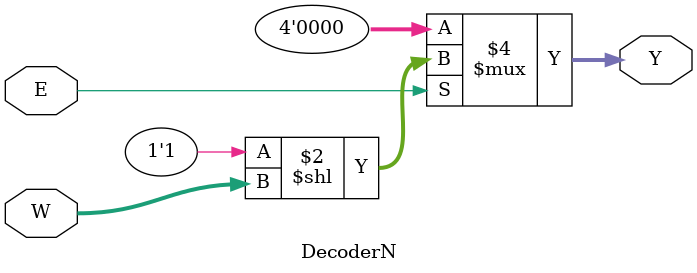
<source format=v>
/* Homework 6 DecoderN module written by Ben Foster
 * TCES 330, Spring 2009
 * Implement an N to 2**N decoder
 */

module DecoderN(W, E, Y);
  parameter N = 2;
  localparam M = 2**N; //M = 2^N exponent
  input [N-1:0] W;      // the inputs
  input E;              // enable
  output reg [M-1:0] Y; // the outputs 
  
  always @(W, E) begin
    if ( E ) begin
      Y = 1'b1 << W;  // shift a '1' into position
    end
    else begin
      Y = 0;
    end
  end  // always
endmodule

</source>
